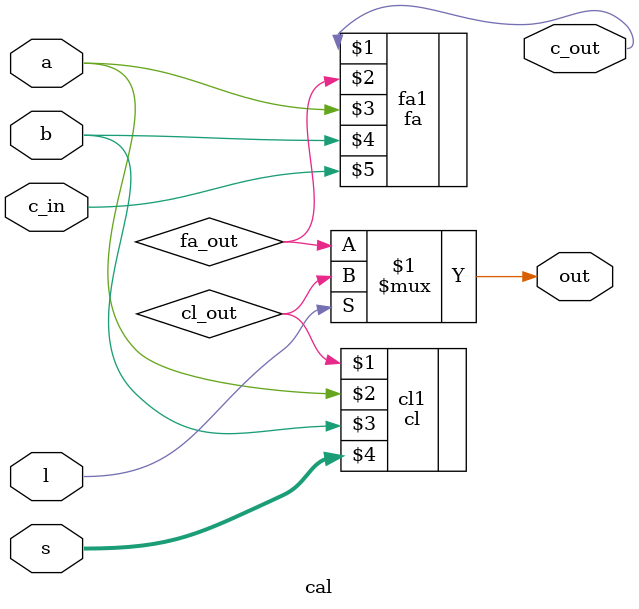
<source format=v>
module cal(output wire out, c_out, input wire a, b, l, c_in, input wire [1:0] s);

wire cl_out, fa_out;
cl cl1(cl_out, a, b, s);
fa fa1(c_out, fa_out, a, b, c_in);

assign out = l ? cl_out : fa_out;

endmodule

</source>
